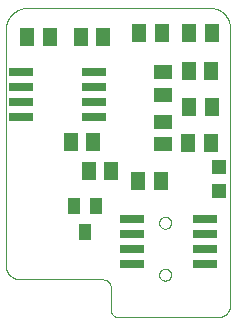
<source format=gbp>
G75*
%MOIN*%
%OFA0B0*%
%FSLAX25Y25*%
%IPPOS*%
%LPD*%
%AMOC8*
5,1,8,0,0,1.08239X$1,22.5*
%
%ADD10C,0.00000*%
%ADD11R,0.05118X0.05906*%
%ADD12R,0.05118X0.06299*%
%ADD13R,0.08000X0.02600*%
%ADD14R,0.05906X0.05118*%
%ADD15R,0.04724X0.04724*%
%ADD16R,0.06299X0.05118*%
%ADD17R,0.03937X0.05512*%
D10*
X0016292Y0013630D02*
X0043885Y0013630D01*
X0043986Y0013628D01*
X0044087Y0013622D01*
X0044188Y0013613D01*
X0044288Y0013599D01*
X0044388Y0013582D01*
X0044487Y0013561D01*
X0044585Y0013536D01*
X0044682Y0013507D01*
X0044778Y0013475D01*
X0044872Y0013439D01*
X0044965Y0013399D01*
X0045057Y0013356D01*
X0045147Y0013309D01*
X0045235Y0013259D01*
X0045321Y0013206D01*
X0045404Y0013149D01*
X0045486Y0013089D01*
X0045565Y0013027D01*
X0045642Y0012961D01*
X0045716Y0012892D01*
X0045788Y0012820D01*
X0045857Y0012746D01*
X0045923Y0012669D01*
X0045985Y0012590D01*
X0046045Y0012508D01*
X0046102Y0012425D01*
X0046155Y0012339D01*
X0046205Y0012251D01*
X0046252Y0012161D01*
X0046295Y0012069D01*
X0046335Y0011976D01*
X0046371Y0011882D01*
X0046403Y0011786D01*
X0046432Y0011689D01*
X0046457Y0011591D01*
X0046478Y0011492D01*
X0046495Y0011392D01*
X0046509Y0011292D01*
X0046518Y0011191D01*
X0046524Y0011090D01*
X0046526Y0010989D01*
X0046526Y0003552D01*
X0046525Y0003552D02*
X0046527Y0003453D01*
X0046533Y0003354D01*
X0046542Y0003256D01*
X0046556Y0003158D01*
X0046573Y0003060D01*
X0046595Y0002963D01*
X0046620Y0002868D01*
X0046648Y0002773D01*
X0046681Y0002679D01*
X0046717Y0002587D01*
X0046757Y0002497D01*
X0046800Y0002407D01*
X0046846Y0002320D01*
X0046896Y0002235D01*
X0046950Y0002151D01*
X0047006Y0002070D01*
X0047066Y0001991D01*
X0047129Y0001915D01*
X0047195Y0001841D01*
X0047263Y0001769D01*
X0047335Y0001701D01*
X0047409Y0001635D01*
X0047485Y0001572D01*
X0047564Y0001512D01*
X0047645Y0001456D01*
X0047729Y0001402D01*
X0047814Y0001352D01*
X0047901Y0001306D01*
X0047991Y0001263D01*
X0048081Y0001223D01*
X0048173Y0001187D01*
X0048267Y0001154D01*
X0048362Y0001126D01*
X0048457Y0001101D01*
X0048554Y0001079D01*
X0048652Y0001062D01*
X0048750Y0001048D01*
X0048848Y0001039D01*
X0048947Y0001033D01*
X0049046Y0001031D01*
X0082588Y0001031D01*
X0082714Y0001045D01*
X0082839Y0001063D01*
X0082964Y0001085D01*
X0083088Y0001110D01*
X0083211Y0001140D01*
X0083333Y0001173D01*
X0083455Y0001210D01*
X0083575Y0001251D01*
X0083693Y0001295D01*
X0083811Y0001343D01*
X0083926Y0001395D01*
X0084040Y0001450D01*
X0084153Y0001508D01*
X0084263Y0001570D01*
X0084372Y0001636D01*
X0084478Y0001704D01*
X0084583Y0001776D01*
X0084685Y0001852D01*
X0084784Y0001930D01*
X0084881Y0002011D01*
X0084976Y0002095D01*
X0085068Y0002182D01*
X0085157Y0002272D01*
X0085244Y0002365D01*
X0085327Y0002460D01*
X0085408Y0002558D01*
X0085486Y0002658D01*
X0085560Y0002761D01*
X0085631Y0002865D01*
X0085699Y0002972D01*
X0085764Y0003081D01*
X0085825Y0003192D01*
X0085883Y0003305D01*
X0085937Y0003419D01*
X0085988Y0003535D01*
X0086035Y0003653D01*
X0086079Y0003772D01*
X0086119Y0003892D01*
X0086155Y0004014D01*
X0086187Y0004136D01*
X0086216Y0004260D01*
X0086241Y0004384D01*
X0086261Y0004509D01*
X0086279Y0004635D01*
X0086292Y0004761D01*
X0086301Y0004887D01*
X0086306Y0005013D01*
X0086308Y0005140D01*
X0086306Y0005267D01*
X0086299Y0005393D01*
X0086289Y0005520D01*
X0086289Y0097463D01*
X0086287Y0097624D01*
X0086281Y0097786D01*
X0086271Y0097947D01*
X0086258Y0098108D01*
X0086240Y0098268D01*
X0086219Y0098428D01*
X0086194Y0098587D01*
X0086165Y0098746D01*
X0086132Y0098904D01*
X0086095Y0099061D01*
X0086054Y0099218D01*
X0086010Y0099373D01*
X0085962Y0099527D01*
X0085910Y0099680D01*
X0085855Y0099831D01*
X0085796Y0099982D01*
X0085733Y0100130D01*
X0085667Y0100278D01*
X0085597Y0100423D01*
X0085524Y0100567D01*
X0085447Y0100709D01*
X0085367Y0100849D01*
X0085284Y0100987D01*
X0085197Y0101123D01*
X0085107Y0101257D01*
X0085013Y0101389D01*
X0084917Y0101518D01*
X0084817Y0101645D01*
X0084715Y0101770D01*
X0084609Y0101892D01*
X0084501Y0102012D01*
X0084389Y0102128D01*
X0084275Y0102242D01*
X0084159Y0102354D01*
X0084039Y0102462D01*
X0083917Y0102568D01*
X0083792Y0102670D01*
X0083665Y0102770D01*
X0083536Y0102866D01*
X0083404Y0102960D01*
X0083270Y0103050D01*
X0083134Y0103137D01*
X0082996Y0103220D01*
X0082856Y0103300D01*
X0082714Y0103377D01*
X0082570Y0103450D01*
X0082425Y0103520D01*
X0082277Y0103586D01*
X0082129Y0103649D01*
X0081978Y0103708D01*
X0081827Y0103763D01*
X0081674Y0103815D01*
X0081520Y0103863D01*
X0081365Y0103907D01*
X0081208Y0103948D01*
X0081051Y0103985D01*
X0080893Y0104018D01*
X0080734Y0104047D01*
X0080575Y0104072D01*
X0080415Y0104093D01*
X0080255Y0104111D01*
X0080094Y0104124D01*
X0079933Y0104134D01*
X0079771Y0104140D01*
X0079610Y0104142D01*
X0018866Y0104142D01*
X0018866Y0104141D02*
X0018688Y0104139D01*
X0018509Y0104132D01*
X0018331Y0104122D01*
X0018154Y0104107D01*
X0017976Y0104087D01*
X0017800Y0104064D01*
X0017624Y0104036D01*
X0017448Y0104004D01*
X0017274Y0103967D01*
X0017100Y0103927D01*
X0016927Y0103882D01*
X0016756Y0103833D01*
X0016585Y0103780D01*
X0016417Y0103723D01*
X0016249Y0103661D01*
X0016083Y0103596D01*
X0015919Y0103527D01*
X0015756Y0103454D01*
X0015595Y0103377D01*
X0015436Y0103296D01*
X0015279Y0103211D01*
X0015125Y0103122D01*
X0014972Y0103030D01*
X0014822Y0102934D01*
X0014674Y0102835D01*
X0014528Y0102732D01*
X0014385Y0102625D01*
X0014245Y0102515D01*
X0014107Y0102402D01*
X0013972Y0102285D01*
X0013840Y0102165D01*
X0013711Y0102042D01*
X0013585Y0101916D01*
X0013462Y0101787D01*
X0013342Y0101655D01*
X0013225Y0101520D01*
X0013112Y0101382D01*
X0013002Y0101242D01*
X0012895Y0101099D01*
X0012792Y0100953D01*
X0012693Y0100805D01*
X0012597Y0100655D01*
X0012505Y0100502D01*
X0012416Y0100348D01*
X0012331Y0100191D01*
X0012250Y0100032D01*
X0012173Y0099871D01*
X0012100Y0099708D01*
X0012031Y0099544D01*
X0011966Y0099378D01*
X0011904Y0099210D01*
X0011847Y0099042D01*
X0011794Y0098871D01*
X0011745Y0098700D01*
X0011700Y0098527D01*
X0011660Y0098353D01*
X0011623Y0098179D01*
X0011591Y0098003D01*
X0011563Y0097827D01*
X0011540Y0097651D01*
X0011520Y0097473D01*
X0011505Y0097296D01*
X0011495Y0097118D01*
X0011488Y0096939D01*
X0011486Y0096761D01*
X0011486Y0018436D01*
X0011488Y0018299D01*
X0011494Y0018162D01*
X0011504Y0018025D01*
X0011517Y0017888D01*
X0011535Y0017752D01*
X0011556Y0017616D01*
X0011582Y0017482D01*
X0011611Y0017347D01*
X0011644Y0017214D01*
X0011681Y0017082D01*
X0011721Y0016951D01*
X0011765Y0016821D01*
X0011813Y0016692D01*
X0011865Y0016565D01*
X0011920Y0016440D01*
X0011979Y0016315D01*
X0012041Y0016193D01*
X0012107Y0016073D01*
X0012176Y0015954D01*
X0012249Y0015838D01*
X0012325Y0015723D01*
X0012404Y0015611D01*
X0012486Y0015501D01*
X0012571Y0015394D01*
X0012660Y0015289D01*
X0012751Y0015186D01*
X0012845Y0015087D01*
X0012943Y0014989D01*
X0013042Y0014895D01*
X0013145Y0014804D01*
X0013250Y0014715D01*
X0013357Y0014630D01*
X0013467Y0014548D01*
X0013579Y0014469D01*
X0013694Y0014393D01*
X0013810Y0014320D01*
X0013929Y0014251D01*
X0014049Y0014185D01*
X0014171Y0014123D01*
X0014296Y0014064D01*
X0014421Y0014009D01*
X0014548Y0013957D01*
X0014677Y0013909D01*
X0014807Y0013865D01*
X0014938Y0013825D01*
X0015070Y0013788D01*
X0015203Y0013755D01*
X0015338Y0013726D01*
X0015472Y0013700D01*
X0015608Y0013679D01*
X0015744Y0013661D01*
X0015881Y0013648D01*
X0016018Y0013638D01*
X0016155Y0013632D01*
X0016292Y0013630D01*
X0062667Y0015205D02*
X0062669Y0015293D01*
X0062675Y0015381D01*
X0062685Y0015469D01*
X0062699Y0015557D01*
X0062716Y0015643D01*
X0062738Y0015729D01*
X0062763Y0015813D01*
X0062793Y0015897D01*
X0062825Y0015979D01*
X0062862Y0016059D01*
X0062902Y0016138D01*
X0062946Y0016215D01*
X0062993Y0016290D01*
X0063043Y0016362D01*
X0063097Y0016433D01*
X0063153Y0016500D01*
X0063213Y0016566D01*
X0063275Y0016628D01*
X0063341Y0016688D01*
X0063408Y0016744D01*
X0063479Y0016798D01*
X0063551Y0016848D01*
X0063626Y0016895D01*
X0063703Y0016939D01*
X0063782Y0016979D01*
X0063862Y0017016D01*
X0063944Y0017048D01*
X0064028Y0017078D01*
X0064112Y0017103D01*
X0064198Y0017125D01*
X0064284Y0017142D01*
X0064372Y0017156D01*
X0064460Y0017166D01*
X0064548Y0017172D01*
X0064636Y0017174D01*
X0064724Y0017172D01*
X0064812Y0017166D01*
X0064900Y0017156D01*
X0064988Y0017142D01*
X0065074Y0017125D01*
X0065160Y0017103D01*
X0065244Y0017078D01*
X0065328Y0017048D01*
X0065410Y0017016D01*
X0065490Y0016979D01*
X0065569Y0016939D01*
X0065646Y0016895D01*
X0065721Y0016848D01*
X0065793Y0016798D01*
X0065864Y0016744D01*
X0065931Y0016688D01*
X0065997Y0016628D01*
X0066059Y0016566D01*
X0066119Y0016500D01*
X0066175Y0016433D01*
X0066229Y0016362D01*
X0066279Y0016290D01*
X0066326Y0016215D01*
X0066370Y0016138D01*
X0066410Y0016059D01*
X0066447Y0015979D01*
X0066479Y0015897D01*
X0066509Y0015813D01*
X0066534Y0015729D01*
X0066556Y0015643D01*
X0066573Y0015557D01*
X0066587Y0015469D01*
X0066597Y0015381D01*
X0066603Y0015293D01*
X0066605Y0015205D01*
X0066603Y0015117D01*
X0066597Y0015029D01*
X0066587Y0014941D01*
X0066573Y0014853D01*
X0066556Y0014767D01*
X0066534Y0014681D01*
X0066509Y0014597D01*
X0066479Y0014513D01*
X0066447Y0014431D01*
X0066410Y0014351D01*
X0066370Y0014272D01*
X0066326Y0014195D01*
X0066279Y0014120D01*
X0066229Y0014048D01*
X0066175Y0013977D01*
X0066119Y0013910D01*
X0066059Y0013844D01*
X0065997Y0013782D01*
X0065931Y0013722D01*
X0065864Y0013666D01*
X0065793Y0013612D01*
X0065721Y0013562D01*
X0065646Y0013515D01*
X0065569Y0013471D01*
X0065490Y0013431D01*
X0065410Y0013394D01*
X0065328Y0013362D01*
X0065244Y0013332D01*
X0065160Y0013307D01*
X0065074Y0013285D01*
X0064988Y0013268D01*
X0064900Y0013254D01*
X0064812Y0013244D01*
X0064724Y0013238D01*
X0064636Y0013236D01*
X0064548Y0013238D01*
X0064460Y0013244D01*
X0064372Y0013254D01*
X0064284Y0013268D01*
X0064198Y0013285D01*
X0064112Y0013307D01*
X0064028Y0013332D01*
X0063944Y0013362D01*
X0063862Y0013394D01*
X0063782Y0013431D01*
X0063703Y0013471D01*
X0063626Y0013515D01*
X0063551Y0013562D01*
X0063479Y0013612D01*
X0063408Y0013666D01*
X0063341Y0013722D01*
X0063275Y0013782D01*
X0063213Y0013844D01*
X0063153Y0013910D01*
X0063097Y0013977D01*
X0063043Y0014048D01*
X0062993Y0014120D01*
X0062946Y0014195D01*
X0062902Y0014272D01*
X0062862Y0014351D01*
X0062825Y0014431D01*
X0062793Y0014513D01*
X0062763Y0014597D01*
X0062738Y0014681D01*
X0062716Y0014767D01*
X0062699Y0014853D01*
X0062685Y0014941D01*
X0062675Y0015029D01*
X0062669Y0015117D01*
X0062667Y0015205D01*
X0062667Y0032528D02*
X0062669Y0032616D01*
X0062675Y0032704D01*
X0062685Y0032792D01*
X0062699Y0032880D01*
X0062716Y0032966D01*
X0062738Y0033052D01*
X0062763Y0033136D01*
X0062793Y0033220D01*
X0062825Y0033302D01*
X0062862Y0033382D01*
X0062902Y0033461D01*
X0062946Y0033538D01*
X0062993Y0033613D01*
X0063043Y0033685D01*
X0063097Y0033756D01*
X0063153Y0033823D01*
X0063213Y0033889D01*
X0063275Y0033951D01*
X0063341Y0034011D01*
X0063408Y0034067D01*
X0063479Y0034121D01*
X0063551Y0034171D01*
X0063626Y0034218D01*
X0063703Y0034262D01*
X0063782Y0034302D01*
X0063862Y0034339D01*
X0063944Y0034371D01*
X0064028Y0034401D01*
X0064112Y0034426D01*
X0064198Y0034448D01*
X0064284Y0034465D01*
X0064372Y0034479D01*
X0064460Y0034489D01*
X0064548Y0034495D01*
X0064636Y0034497D01*
X0064724Y0034495D01*
X0064812Y0034489D01*
X0064900Y0034479D01*
X0064988Y0034465D01*
X0065074Y0034448D01*
X0065160Y0034426D01*
X0065244Y0034401D01*
X0065328Y0034371D01*
X0065410Y0034339D01*
X0065490Y0034302D01*
X0065569Y0034262D01*
X0065646Y0034218D01*
X0065721Y0034171D01*
X0065793Y0034121D01*
X0065864Y0034067D01*
X0065931Y0034011D01*
X0065997Y0033951D01*
X0066059Y0033889D01*
X0066119Y0033823D01*
X0066175Y0033756D01*
X0066229Y0033685D01*
X0066279Y0033613D01*
X0066326Y0033538D01*
X0066370Y0033461D01*
X0066410Y0033382D01*
X0066447Y0033302D01*
X0066479Y0033220D01*
X0066509Y0033136D01*
X0066534Y0033052D01*
X0066556Y0032966D01*
X0066573Y0032880D01*
X0066587Y0032792D01*
X0066597Y0032704D01*
X0066603Y0032616D01*
X0066605Y0032528D01*
X0066603Y0032440D01*
X0066597Y0032352D01*
X0066587Y0032264D01*
X0066573Y0032176D01*
X0066556Y0032090D01*
X0066534Y0032004D01*
X0066509Y0031920D01*
X0066479Y0031836D01*
X0066447Y0031754D01*
X0066410Y0031674D01*
X0066370Y0031595D01*
X0066326Y0031518D01*
X0066279Y0031443D01*
X0066229Y0031371D01*
X0066175Y0031300D01*
X0066119Y0031233D01*
X0066059Y0031167D01*
X0065997Y0031105D01*
X0065931Y0031045D01*
X0065864Y0030989D01*
X0065793Y0030935D01*
X0065721Y0030885D01*
X0065646Y0030838D01*
X0065569Y0030794D01*
X0065490Y0030754D01*
X0065410Y0030717D01*
X0065328Y0030685D01*
X0065244Y0030655D01*
X0065160Y0030630D01*
X0065074Y0030608D01*
X0064988Y0030591D01*
X0064900Y0030577D01*
X0064812Y0030567D01*
X0064724Y0030561D01*
X0064636Y0030559D01*
X0064548Y0030561D01*
X0064460Y0030567D01*
X0064372Y0030577D01*
X0064284Y0030591D01*
X0064198Y0030608D01*
X0064112Y0030630D01*
X0064028Y0030655D01*
X0063944Y0030685D01*
X0063862Y0030717D01*
X0063782Y0030754D01*
X0063703Y0030794D01*
X0063626Y0030838D01*
X0063551Y0030885D01*
X0063479Y0030935D01*
X0063408Y0030989D01*
X0063341Y0031045D01*
X0063275Y0031105D01*
X0063213Y0031167D01*
X0063153Y0031233D01*
X0063097Y0031300D01*
X0063043Y0031371D01*
X0062993Y0031443D01*
X0062946Y0031518D01*
X0062902Y0031595D01*
X0062862Y0031674D01*
X0062825Y0031754D01*
X0062793Y0031836D01*
X0062763Y0031920D01*
X0062738Y0032004D01*
X0062716Y0032090D01*
X0062699Y0032176D01*
X0062685Y0032264D01*
X0062675Y0032352D01*
X0062669Y0032440D01*
X0062667Y0032528D01*
D11*
X0046722Y0049850D03*
X0039242Y0049850D03*
X0072392Y0059102D03*
X0079872Y0059102D03*
X0080030Y0083118D03*
X0072549Y0083118D03*
X0043967Y0094339D03*
X0036486Y0094339D03*
X0026250Y0094339D03*
X0018770Y0094339D03*
D12*
X0033148Y0059378D03*
X0040628Y0059378D03*
X0055778Y0046307D03*
X0063258Y0046307D03*
X0072691Y0071173D03*
X0080171Y0071173D03*
X0080203Y0095795D03*
X0072722Y0095795D03*
X0063455Y0095795D03*
X0055974Y0095795D03*
D13*
X0040909Y0082941D03*
X0040909Y0077941D03*
X0040909Y0072941D03*
X0040909Y0067941D03*
X0016709Y0067941D03*
X0016709Y0072941D03*
X0016709Y0077941D03*
X0016709Y0082941D03*
X0053717Y0033728D03*
X0053717Y0028728D03*
X0053717Y0023728D03*
X0053717Y0018728D03*
X0077917Y0018728D03*
X0077917Y0023728D03*
X0077917Y0028728D03*
X0077917Y0033728D03*
D14*
X0063848Y0075244D03*
X0063848Y0082724D03*
D15*
X0082746Y0051228D03*
X0082746Y0042961D03*
D16*
X0063848Y0058709D03*
X0063848Y0066189D03*
D17*
X0041604Y0038039D03*
X0034124Y0038039D03*
X0037864Y0029378D03*
M02*

</source>
